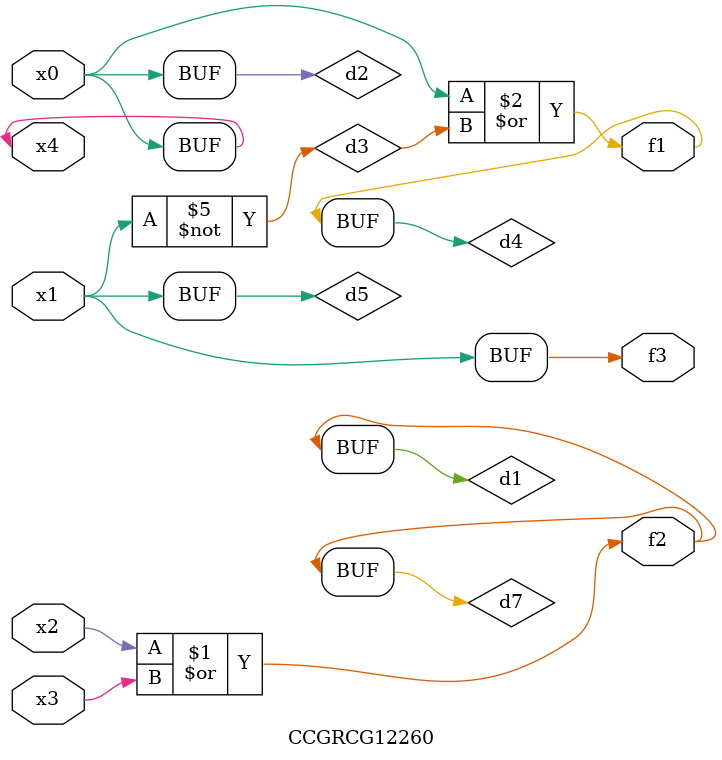
<source format=v>
module CCGRCG12260(
	input x0, x1, x2, x3, x4,
	output f1, f2, f3
);

	wire d1, d2, d3, d4, d5, d6, d7;

	or (d1, x2, x3);
	buf (d2, x0, x4);
	not (d3, x1);
	or (d4, d2, d3);
	not (d5, d3);
	nand (d6, d1, d3);
	or (d7, d1);
	assign f1 = d4;
	assign f2 = d7;
	assign f3 = d5;
endmodule

</source>
